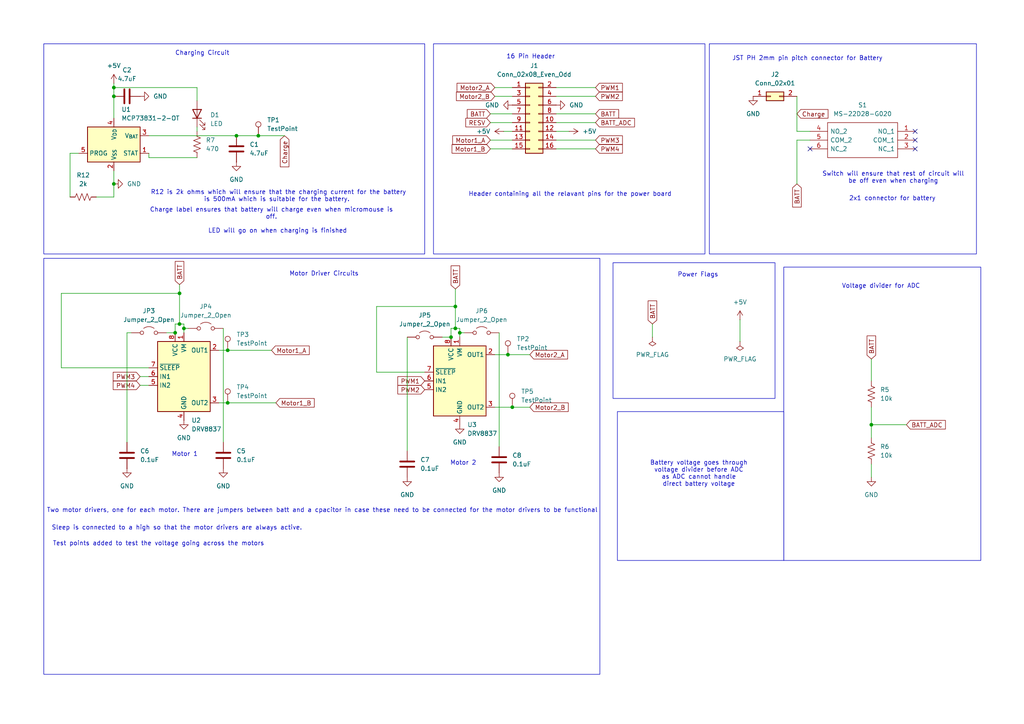
<source format=kicad_sch>
(kicad_sch (version 20231120) (generator "eeschema") (generator_version "8.0")
  (paper "A4")
  (lib_symbols
    (symbol "Battery_Management:MCP73831-2-OT"
      (property "Reference" "U" (at -7.62 6.35 0))
      (property "Value" "MCP73831-2-OT" (at 1.27 6.35 0))
      (symbol "MCP73831-2-OT_0_1"
        (rectangle (start -7.62 5.08) (end 7.62 -5.08) (stroke (width 0.254)) (fill (type background)))
      )
      (symbol "MCP73831-2-OT_1_1"
        (pin tri_state line (at 10.16 -2.54 180) (length 2.54) (name "STAT") (number "1"))
        (pin power_in line (at 0 -7.62 90) (length 2.54) (name "V_{SS}") (number "2"))
        (pin power_out line (at 10.16 2.54 180) (length 2.54) (name "V_{BAT}") (number "3"))
        (pin power_in line (at 0 7.62 270) (length 2.54) (name "V_{DD}") (number "4"))
        (pin input line (at -10.16 -2.54 0) (length 2.54) (name "PROG") (number "5"))
      )
    )
    (symbol "Connector:TestPoint" (pin_numbers hide) (pin_names (offset 0.762) hide)
      (property "Reference" "TP" (at 0 6.858 0))
      (property "Value" "TestPoint" (at 0 5.08 0))
      (symbol "TestPoint_0_1"
        (circle (center 0 3.302) (radius 0.762))
      )
      (symbol "TestPoint_1_1"
        (pin passive line (at 0 0 90) (length 2.54) (name "1") (number "1"))
      )
    )
    (symbol "Connector_Generic:Conn_02x01" (pin_names (offset 1.016) hide)
      (property "Reference" "J" (at 1.27 2.54 0))
      (property "Value" "Conn_02x01" (at 1.27 -2.54 0))
      (symbol "Conn_02x01_1_1"
        (rectangle (start -1.27 0.127) (end 0 -0.127) (stroke (width 0.1524)))
        (rectangle (start -1.27 1.27) (end 3.81 -1.27) (stroke (width 0.254)) (fill (type background)))
        (rectangle (start 3.81 0.127) (end 2.54 -0.127) (stroke (width 0.1524)))
        (pin passive line (at -5.08 0 0) (length 3.81) (name "Pin_1") (number "1"))
        (pin passive line (at 7.62 0 180) (length 3.81) (name "Pin_2") (number "2"))
      )
    )
    (symbol "Connector_Generic:Conn_02x08_Odd_Even" (pin_names (offset 1.016) hide)
      (property "Reference" "J" (at 1.27 10.16 0))
      (property "Value" "Conn_02x08_Odd_Even" (at 1.27 -12.7 0))
      (symbol "Conn_02x08_Odd_Even_1_1"
        (rectangle (start -1.27 -10.033) (end 0 -10.287) (stroke (width 0.1524)))
        (rectangle (start -1.27 -7.493) (end 0 -7.747) (stroke (width 0.1524)))
        (rectangle (start -1.27 -4.953) (end 0 -5.207) (stroke (width 0.1524)))
        (rectangle (start -1.27 -2.413) (end 0 -2.667) (stroke (width 0.1524)))
        (rectangle (start -1.27 0.127) (end 0 -0.127) (stroke (width 0.1524)))
        (rectangle (start -1.27 2.667) (end 0 2.413) (stroke (width 0.1524)))
        (rectangle (start -1.27 5.207) (end 0 4.953) (stroke (width 0.1524)))
        (rectangle (start -1.27 7.747) (end 0 7.493) (stroke (width 0.1524)))
        (rectangle (start -1.27 8.89) (end 3.81 -11.43) (stroke (width 0.254)) (fill (type background)))
        (rectangle (start 3.81 -10.033) (end 2.54 -10.287) (stroke (width 0.1524)))
        (rectangle (start 3.81 -7.493) (end 2.54 -7.747) (stroke (width 0.1524)))
        (rectangle (start 3.81 -4.953) (end 2.54 -5.207) (stroke (width 0.1524)))
        (rectangle (start 3.81 -2.413) (end 2.54 -2.667) (stroke (width 0.1524)))
        (rectangle (start 3.81 0.127) (end 2.54 -0.127) (stroke (width 0.1524)))
        (rectangle (start 3.81 2.667) (end 2.54 2.413) (stroke (width 0.1524)))
        (rectangle (start 3.81 5.207) (end 2.54 4.953) (stroke (width 0.1524)))
        (rectangle (start 3.81 7.747) (end 2.54 7.493) (stroke (width 0.1524)))
        (pin passive line (at -5.08 7.62 0) (length 3.81) (name "Pin_1") (number "1"))
        (pin passive line (at 7.62 -2.54 180) (length 3.81) (name "Pin_10") (number "10"))
        (pin passive line (at -5.08 -5.08 0) (length 3.81) (name "Pin_11") (number "11"))
        (pin passive line (at 7.62 -5.08 180) (length 3.81) (name "Pin_12") (number "12"))
        (pin passive line (at -5.08 -7.62 0) (length 3.81) (name "Pin_13") (number "13"))
        (pin passive line (at 7.62 -7.62 180) (length 3.81) (name "Pin_14") (number "14"))
        (pin passive line (at -5.08 -10.16 0) (length 3.81) (name "Pin_15") (number "15"))
        (pin passive line (at 7.62 -10.16 180) (length 3.81) (name "Pin_16") (number "16"))
        (pin passive line (at 7.62 7.62 180) (length 3.81) (name "Pin_2") (number "2"))
        (pin passive line (at -5.08 5.08 0) (length 3.81) (name "Pin_3") (number "3"))
        (pin passive line (at 7.62 5.08 180) (length 3.81) (name "Pin_4") (number "4"))
        (pin passive line (at -5.08 2.54 0) (length 3.81) (name "Pin_5") (number "5"))
        (pin passive line (at 7.62 2.54 180) (length 3.81) (name "Pin_6") (number "6"))
        (pin passive line (at -5.08 0 0) (length 3.81) (name "Pin_7") (number "7"))
        (pin passive line (at 7.62 0 180) (length 3.81) (name "Pin_8") (number "8"))
        (pin passive line (at -5.08 -2.54 0) (length 3.81) (name "Pin_9") (number "9"))
      )
    )
    (symbol "Device:C" (pin_numbers hide) (pin_names (offset 0.254))
      (property "Reference" "C" (at 0.635 2.54 0))
      (property "Value" "C" (at 0.635 -2.54 0))
      (symbol "C_0_1"
        (polyline (pts (xy -2.032 -0.762) (xy 2.032 -0.762)) (stroke (width 0.508)))
        (polyline (pts (xy -2.032 0.762) (xy 2.032 0.762)) (stroke (width 0.508)))
      )
      (symbol "C_1_1"
        (pin passive line (at 0 3.81 270) (length 2.794) (name "~") (number "1"))
        (pin passive line (at 0 -3.81 90) (length 2.794) (name "~") (number "2"))
      )
    )
    (symbol "Device:LED" (pin_numbers hide) (pin_names (offset 1.016) hide)
      (property "Reference" "D" (at 0 2.54 0))
      (property "Value" "LED" (at 0 -2.54 0))
      (symbol "LED_0_1"
        (polyline (pts (xy -1.27 -1.27) (xy -1.27 1.27)) (stroke (width 0.254)))
        (polyline (pts (xy -1.27 0) (xy 1.27 0)))
        (polyline (pts (xy 1.27 -1.27) (xy 1.27 1.27) (xy -1.27 0) (xy 1.27 -1.27)) (stroke (width 0.254)))
        (polyline (pts (xy -3.048 -0.762) (xy -4.572 -2.286) (xy -3.81 -2.286) (xy -4.572 -2.286) (xy -4.572 -1.524)))
        (polyline (pts (xy -1.778 -0.762) (xy -3.302 -2.286) (xy -2.54 -2.286) (xy -3.302 -2.286) (xy -3.302 -1.524)))
      )
      (symbol "LED_1_1"
        (pin passive line (at -3.81 0 0) (length 2.54) (name "K") (number "1"))
        (pin passive line (at 3.81 0 180) (length 2.54) (name "A") (number "2"))
      )
    )
    (symbol "Device:R_US" (pin_numbers hide) (pin_names (offset 0))
      (property "Reference" "R" (at 2.54 0 90))
      (property "Value" "R_US" (at -2.54 0 90))
      (symbol "R_US_0_1"
        (polyline (pts (xy 0 -2.286) (xy 0 -2.54)))
        (polyline (pts (xy 0 2.286) (xy 0 2.54)))
        (polyline (pts (xy 0 -0.762) (xy 1.016 -1.143) (xy 0 -1.524) (xy -1.016 -1.905) (xy 0 -2.286)))
        (polyline (pts (xy 0 0.762) (xy 1.016 0.381) (xy 0 0) (xy -1.016 -0.381) (xy 0 -0.762)))
        (polyline (pts (xy 0 2.286) (xy 1.016 1.905) (xy 0 1.524) (xy -1.016 1.143) (xy 0 0.762)))
      )
      (symbol "R_US_1_1"
        (pin passive line (at 0 3.81 270) (length 1.27) (name "~") (number "1"))
        (pin passive line (at 0 -3.81 90) (length 1.27) (name "~") (number "2"))
      )
    )
    (symbol "Driver_Motor:DRV8837"
      (property "Reference" "U" (at 6.35 11.43 0))
      (property "Value" "DRV8837" (at -10.16 11.43 0))
      (symbol "DRV8837_0_1"
        (rectangle (start -7.62 10.16) (end 7.62 -10.16) (stroke (width 0.254)) (fill (type background)))
      )
      (symbol "DRV8837_1_1"
        (pin power_in line (at 0 12.7 270) (length 2.54) (name "VM") (number "1"))
        (pin output line (at 10.16 7.62 180) (length 2.54) (name "OUT1") (number "2"))
        (pin output line (at 10.16 -7.62 180) (length 2.54) (name "OUT2") (number "3"))
        (pin power_in line (at 0 -12.7 90) (length 2.54) (name "GND") (number "4"))
        (pin input line (at -10.16 -2.54 0) (length 2.54) (name "IN2") (number "5"))
        (pin input line (at -10.16 0 0) (length 2.54) (name "IN1") (number "6"))
        (pin input line (at -10.16 2.54 0) (length 2.54) (name "~{SLEEP}") (number "7"))
        (pin power_in line (at -2.54 12.7 270) (length 2.54) (name "VCC") (number "8"))
        (pin passive line (at 0 -12.7 90) (length 2.54) hide (name "GND") (number "9"))
      )
    )
    (symbol "Jumper:Jumper_2_Open" (pin_numbers hide) (pin_names (offset 0) hide) (exclude_from_sim yes)
      (property "Reference" "JP" (at 0 2.794 0))
      (property "Value" "Jumper_2_Open" (at 0 -2.286 0))
      (symbol "Jumper_2_Open_0_0"
        (circle (center -2.032 0) (radius 0.508))
        (circle (center 2.032 0) (radius 0.508))
      )
      (symbol "Jumper_2_Open_0_1"
        (arc (start 1.524 1.27) (mid 0 1.778) (end -1.524 1.27))
      )
      (symbol "Jumper_2_Open_1_1"
        (pin passive line (at -5.08 0 0) (length 2.54) (name "A") (number "1"))
        (pin passive line (at 5.08 0 180) (length 2.54) (name "B") (number "2"))
      )
    )
    (symbol "MS-22D28-G020:MS-22D28-G020" (pin_names (offset 0.762))
      (property "Reference" "S" (at 26.67 7.62 0))
      (property "Value" "MS-22D28-G020" (at 26.67 5.08 0))
      (symbol "MS-22D28-G020_0_0"
        (pin passive line (at 30.48 0 180) (length 5.08) (name "NO_1") (number "1"))
        (pin passive line (at 30.48 -2.54 180) (length 5.08) (name "COM_1") (number "2"))
        (pin passive line (at 30.48 -5.08 180) (length 5.08) (name "NC_1") (number "3"))
        (pin passive line (at 0 0 0) (length 5.08) (name "NO_2") (number "4"))
        (pin passive line (at 0 -2.54 0) (length 5.08) (name "COM_2") (number "5"))
        (pin passive line (at 0 -5.08 0) (length 5.08) (name "NC_2") (number "6"))
      )
      (symbol "MS-22D28-G020_0_1"
        (polyline (pts (xy 5.08 2.54) (xy 25.4 2.54) (xy 25.4 -7.62) (xy 5.08 -7.62) (xy 5.08 2.54)) (stroke (width 0.1524)))
      )
    )
    (symbol "power:+5V" (power) (pin_numbers hide) (pin_names (offset 0) hide)
      (property "Value" "+5V" (at 0 3.556 0))
      (symbol "+5V_0_1"
        (polyline (pts (xy -0.762 1.27) (xy 0 2.54)))
        (polyline (pts (xy 0 0) (xy 0 2.54)))
        (polyline (pts (xy 0 2.54) (xy 0.762 1.27)))
      )
      (symbol "+5V_1_1"
        (pin power_in line (at 0 0 90) (length 0) (name "~") (number "1"))
      )
    )
    (symbol "power:GND" (power) (pin_numbers hide) (pin_names (offset 0) hide)
      (property "Value" "GND" (at 0 -3.81 0))
      (symbol "GND_0_1"
        (polyline (pts (xy 0 0) (xy 0 -1.27) (xy 1.27 -1.27) (xy 0 -2.54) (xy -1.27 -1.27) (xy 0 -1.27)))
      )
      (symbol "GND_1_1"
        (pin power_in line (at 0 0 270) (length 0) (name "~") (number "1"))
      )
    )
    (symbol "power:PWR_FLAG" (power) (pin_numbers hide) (pin_names (offset 0) hide)
      (property "Value" "PWR_FLAG" (at 0 3.81 0))
      (symbol "PWR_FLAG_0_0"
        (pin power_out line (at 0 0 90) (length 0) (name "~") (number "1"))
      )
      (symbol "PWR_FLAG_0_1"
        (polyline (pts (xy 0 0) (xy 0 1.27) (xy -1.016 1.905) (xy 0 2.54) (xy 1.016 1.905) (xy 0 1.27)))
      )
    )
  )
  (junction (at 132.08 95.25))
  (junction (at 133.35 96.52))
  (junction (at 66.04 116.84))
  (junction (at 50.8 96.52))
  (junction (at 33.02 25.4))
  (junction (at 148.59 118.11))
  (junction (at 53.34 95.25))
  (junction (at 147.32 102.87))
  (junction (at 130.81 97.79))
  (junction (at 68.58 39.37))
  (junction (at 52.07 93.98))
  (junction (at 52.07 85.09))
  (junction (at 74.93 39.37))
  (junction (at 33.02 27.94))
  (junction (at 252.73 123.19))
  (junction (at 132.08 88.9))
  (junction (at 33.02 53.34))
  (junction (at 66.04 101.6))
  (no_connect (at 234.95 43.18))
  (no_connect (at 265.43 40.64))
  (no_connect (at 265.43 43.18))
  (no_connect (at 265.43 38.1))
  (wire (pts (xy 252.73 104.14) (xy 252.73 110.49)))
  (wire (pts (xy 132.08 95.25) (xy 133.35 95.25)))
  (wire (pts (xy 252.73 134.62) (xy 252.73 138.43)))
  (wire (pts (xy 133.35 96.52) (xy 133.35 95.25)))
  (wire (pts (xy 53.34 95.25) (xy 54.61 95.25)))
  (wire (pts (xy 142.24 35.56) (xy 148.59 35.56)))
  (wire (pts (xy 143.51 25.4) (xy 148.59 25.4)))
  (wire (pts (xy 231.14 40.64) (xy 231.14 53.34)))
  (wire (pts (xy 132.08 88.9) (xy 132.08 95.25)))
  (wire (pts (xy 36.83 96.52) (xy 36.83 128.27)))
  (wire (pts (xy 20.32 57.15) (xy 20.32 44.45)))
  (wire (pts (xy 130.81 95.25) (xy 130.81 97.79)))
  (wire (pts (xy 142.24 40.64) (xy 148.59 40.64)))
  (wire (pts (xy 133.35 97.79) (xy 133.35 96.52)))
  (wire (pts (xy 43.18 109.22) (xy 40.64 109.22)))
  (wire (pts (xy 52.07 82.55) (xy 52.07 85.09)))
  (wire (pts (xy 66.04 116.84) (xy 80.01 116.84)))
  (wire (pts (xy 153.67 118.11) (xy 148.59 118.11)))
  (wire (pts (xy 142.24 43.18) (xy 148.59 43.18)))
  (wire (pts (xy 33.02 25.4) (xy 33.02 27.94)))
  (wire (pts (xy 57.15 29.21) (xy 57.15 25.4)))
  (wire (pts (xy 53.34 95.25) (xy 53.34 93.98)))
  (wire (pts (xy 33.02 53.34) (xy 33.02 57.15)))
  (wire (pts (xy 43.18 106.68) (xy 17.78 106.68)))
  (wire (pts (xy 38.1 96.52) (xy 36.83 96.52)))
  (wire (pts (xy 64.77 128.27) (xy 64.77 95.25)))
  (wire (pts (xy 132.08 83.82) (xy 132.08 88.9)))
  (wire (pts (xy 109.22 107.95) (xy 123.19 107.95)))
  (wire (pts (xy 144.78 129.54) (xy 144.78 96.52)))
  (wire (pts (xy 252.73 123.19) (xy 252.73 127)))
  (wire (pts (xy 43.18 45.72) (xy 43.18 44.45)))
  (wire (pts (xy 161.29 33.02) (xy 172.72 33.02)))
  (wire (pts (xy 43.18 111.76) (xy 40.64 111.76)))
  (wire (pts (xy 161.29 38.1) (xy 165.1 38.1)))
  (wire (pts (xy 17.78 85.09) (xy 52.07 85.09)))
  (wire (pts (xy 118.11 130.81) (xy 118.11 97.79)))
  (wire (pts (xy 161.29 25.4) (xy 172.72 25.4)))
  (wire (pts (xy 66.04 116.84) (xy 63.5 116.84)))
  (wire (pts (xy 17.78 85.09) (xy 17.78 106.68)))
  (wire (pts (xy 33.02 24.13) (xy 33.02 25.4)))
  (wire (pts (xy 52.07 93.98) (xy 50.8 93.98)))
  (wire (pts (xy 133.35 96.52) (xy 134.62 96.52)))
  (wire (pts (xy 214.63 92.71) (xy 214.63 99.06)))
  (wire (pts (xy 57.15 45.72) (xy 43.18 45.72)))
  (wire (pts (xy 234.95 40.64) (xy 231.14 40.64)))
  (wire (pts (xy 252.73 118.11) (xy 252.73 123.19)))
  (wire (pts (xy 161.29 40.64) (xy 172.72 40.64)))
  (wire (pts (xy 231.14 38.1) (xy 234.95 38.1)))
  (wire (pts (xy 128.27 97.79) (xy 130.81 97.79)))
  (wire (pts (xy 53.34 96.52) (xy 53.34 95.25)))
  (wire (pts (xy 189.23 93.98) (xy 189.23 97.79)))
  (wire (pts (xy 50.8 93.98) (xy 50.8 96.52)))
  (wire (pts (xy 74.93 39.37) (xy 82.55 39.37)))
  (wire (pts (xy 143.51 27.94) (xy 148.59 27.94)))
  (wire (pts (xy 66.04 101.6) (xy 78.74 101.6)))
  (wire (pts (xy 52.07 85.09) (xy 52.07 93.98)))
  (wire (pts (xy 142.24 33.02) (xy 148.59 33.02)))
  (wire (pts (xy 33.02 27.94) (xy 33.02 34.29)))
  (wire (pts (xy 43.18 39.37) (xy 68.58 39.37)))
  (wire (pts (xy 48.26 96.52) (xy 50.8 96.52)))
  (wire (pts (xy 27.94 57.15) (xy 33.02 57.15)))
  (wire (pts (xy 53.34 93.98) (xy 52.07 93.98)))
  (wire (pts (xy 161.29 27.94) (xy 172.72 27.94)))
  (wire (pts (xy 57.15 25.4) (xy 33.02 25.4)))
  (wire (pts (xy 57.15 36.83) (xy 57.15 38.1)))
  (wire (pts (xy 109.22 88.9) (xy 132.08 88.9)))
  (wire (pts (xy 68.58 39.37) (xy 74.93 39.37)))
  (wire (pts (xy 153.67 102.87) (xy 147.32 102.87)))
  (wire (pts (xy 161.29 43.18) (xy 172.72 43.18)))
  (wire (pts (xy 161.29 35.56) (xy 172.72 35.56)))
  (wire (pts (xy 130.81 95.25) (xy 132.08 95.25)))
  (wire (pts (xy 109.22 88.9) (xy 109.22 107.95)))
  (wire (pts (xy 231.14 27.94) (xy 231.14 38.1)))
  (wire (pts (xy 146.05 38.1) (xy 148.59 38.1)))
  (wire (pts (xy 66.04 101.6) (xy 63.5 101.6)))
  (wire (pts (xy 20.32 44.45) (xy 22.86 44.45)))
  (wire (pts (xy 148.59 118.11) (xy 143.51 118.11)))
  (wire (pts (xy 252.73 123.19) (xy 262.89 123.19)))
  (wire (pts (xy 147.32 102.87) (xy 143.51 102.87)))
  (wire (pts (xy 33.02 49.53) (xy 33.02 53.34)))
  (rectangle (start 12.7 74.93) (end 173.99 195.58))
  (rectangle (start 227.33 77.47) (end 284.48 162.56))
  (rectangle (start 177.8 76.2) (end 224.79 115.57))
  (rectangle (start 125.73 12.7) (end 204.47 73.66))
  (rectangle (start 12.7 12.7) (end 123.19 73.66))
  (rectangle (start 205.74 12.7) (end 283.21 73.66))
  (rectangle (start 179.07 119.38) (end 227.33 162.56))
  (text "Motor 1\n" (at 53.594 131.826 0) (effects (font (size 1.27 1.27))))
  (text "Battery voltage goes through\nvoltage divider before ADC\nas ADC cannot handle\ndirect battery voltage\n" (at 202.692 137.414 0) (effects (font (size 1.27 1.27))))
  (text "Switch will ensure that rest of circuit will\nbe off even when charging\n" (at 259.08 51.562 0) (effects (font (size 1.27 1.27))))
  (text "Header containing all the relavant pins for the power board\n" (at 165.354 56.388 0) (effects (font (size 1.27 1.27))))
  (text "Charging Circuit\n" (at 58.674 15.494 0) (effects (font (size 1.27 1.27))))
  (text "Charge label ensures that battery will charge even when micromouse is\noff." (at 78.74 61.976 0) (effects (font (size 1.27 1.27))))
  (text "Motor 2\n" (at 134.366 134.366 0) (effects (font (size 1.27 1.27))))
  (text "Sleep is connected to a high so that the motor drivers are always active.\n" (at 51.308 153.162 0) (effects (font (size 1.27 1.27))))
  (text "16 Pin Header\n" (at 153.924 16.51 0) (effects (font (size 1.27 1.27))))
  (text "LED will go on when charging is finished\n" (at 80.518 67.056 0) (effects (font (size 1.27 1.27))))
  (text "R12 is 2k ohms which will ensure that the charging current for the battery\nis 500mA which is suitable for the battery. " (at 80.772 56.896 0) (effects (font (size 1.27 1.27))))
  (text "Test points added to test the voltage going across the motors\n" (at 45.974 157.734 0) (effects (font (size 1.27 1.27))))
  (text "Two motor drivers, one for each motor. There are jumpers between batt and a cpacitor in case these need to be connected for the motor drivers to be functional\n" (at 93.472 148.082 0) (effects (font (size 1.27 1.27))))
  (text "JST PH 2mm pin pitch connector for Battery" (at 234.188 17.018 0) (effects (font (size 1.27 1.27))))
  (text "2x1 connector for battery\n" (at 258.826 57.658 0) (effects (font (size 1.27 1.27))))
  (text "Motor Driver Circuits\n" (at 93.98 79.502 0) (effects (font (size 1.27 1.27))))
  (text "Voltage divider for ADC" (at 255.524 83.058 0) (effects (font (size 1.27 1.27))))
  (text "Power Flags\n" (at 202.438 79.756 0) (effects (font (size 1.27 1.27))))
  (global_label "BATT_ADC" (shape input) (at 172.72 35.56 0) (property "Intersheetrefs" "${INTERSHEET_REFS}" (effects (hide yes))))
  (global_label "BATT_ADC" (shape input) (at 262.89 123.19 0) (property "Intersheetrefs" "${INTERSHEET_REFS}" (effects (hide yes))))
  (global_label "BATT" (shape input) (at 52.07 82.55 90) (property "Intersheetrefs" "${INTERSHEET_REFS}" (effects (hide yes))))
  (global_label "PWM1" (shape input) (at 172.72 25.4 0) (property "Intersheetrefs" "${INTERSHEET_REFS}" (effects (hide yes))))
  (global_label "PWM3" (shape input) (at 40.64 109.22 180) (property "Intersheetrefs" "${INTERSHEET_REFS}" (effects (hide yes))))
  (global_label "BATT" (shape input) (at 189.23 93.98 90) (property "Intersheetrefs" "${INTERSHEET_REFS}" (effects (hide yes))))
  (global_label "BATT" (shape input) (at 132.08 83.82 90) (property "Intersheetrefs" "${INTERSHEET_REFS}" (effects (hide yes))))
  (global_label "PWM4" (shape input) (at 40.64 111.76 180) (property "Intersheetrefs" "${INTERSHEET_REFS}" (effects (hide yes))))
  (global_label "BATT" (shape input) (at 252.73 104.14 90) (property "Intersheetrefs" "${INTERSHEET_REFS}" (effects (hide yes))))
  (global_label "RESV" (shape input) (at 142.24 35.56 180) (property "Intersheetrefs" "${INTERSHEET_REFS}" (effects (hide yes))))
  (global_label "Motor2_B" (shape input) (at 143.51 27.94 180) (property "Intersheetrefs" "${INTERSHEET_REFS}" (effects (hide yes))))
  (global_label "Motor1_A" (shape input) (at 78.74 101.6 0) (property "Intersheetrefs" "${INTERSHEET_REFS}" (effects (hide yes))))
  (global_label "Motor1_B" (shape input) (at 80.01 116.84 0) (property "Intersheetrefs" "${INTERSHEET_REFS}" (effects (hide yes))))
  (global_label "PWM3" (shape input) (at 172.72 40.64 0) (property "Intersheetrefs" "${INTERSHEET_REFS}" (effects (hide yes))))
  (global_label "Charge" (shape input) (at 82.55 39.37 270) (property "Intersheetrefs" "${INTERSHEET_REFS}" (effects (hide yes))))
  (global_label "PWM2" (shape input) (at 172.72 27.94 0) (property "Intersheetrefs" "${INTERSHEET_REFS}" (effects (hide yes))))
  (global_label "Motor2_A" (shape input) (at 143.51 25.4 180) (property "Intersheetrefs" "${INTERSHEET_REFS}" (effects (hide yes))))
  (global_label "Charge" (shape input) (at 231.14 33.02 0) (property "Intersheetrefs" "${INTERSHEET_REFS}" (effects (hide yes))))
  (global_label "Motor2_B" (shape input) (at 153.67 118.11 0) (property "Intersheetrefs" "${INTERSHEET_REFS}" (effects (hide yes))))
  (global_label "Motor1_A" (shape input) (at 142.24 40.64 180) (property "Intersheetrefs" "${INTERSHEET_REFS}" (effects (hide yes))))
  (global_label "BATT" (shape input) (at 231.14 53.34 270) (property "Intersheetrefs" "${INTERSHEET_REFS}" (effects (hide yes))))
  (global_label "BATT" (shape input) (at 172.72 33.02 0) (property "Intersheetrefs" "${INTERSHEET_REFS}" (effects (hide yes))))
  (global_label "PWM1" (shape input) (at 123.19 110.49 180) (property "Intersheetrefs" "${INTERSHEET_REFS}" (effects (hide yes))))
  (global_label "PWM4" (shape input) (at 172.72 43.18 0) (property "Intersheetrefs" "${INTERSHEET_REFS}" (effects (hide yes))))
  (global_label "Motor1_B" (shape input) (at 142.24 43.18 180) (property "Intersheetrefs" "${INTERSHEET_REFS}" (effects (hide yes))))
  (global_label "PWM2" (shape input) (at 123.19 113.03 180) (property "Intersheetrefs" "${INTERSHEET_REFS}" (effects (hide yes))))
  (global_label "Motor2_A" (shape input) (at 153.67 102.87 0) (property "Intersheetrefs" "${INTERSHEET_REFS}" (effects (hide yes))))
  (global_label "BATT" (shape input) (at 142.24 33.02 180) (property "Intersheetrefs" "${INTERSHEET_REFS}" (effects (hide yes))))
  (symbol (lib_id "Connector:TestPoint") (at 66.04 116.84 0) (unit 1)
    (property "Reference" "TP4" (at 68.58 112.2679 0) (effects (justify left)))
    (property "Value" "TestPoint" (at 68.58 114.8079 0) (effects (justify left)))
    (property "Footprint" "TestPoint:TestPoint_Keystone_5019_Minature" (effects (hide yes)))
    (property "Description" "test point" (effects (hide yes)))
  )
  (symbol (lib_id "power:+5V") (at 214.63 92.71 0) (unit 1)
    (property "Reference" "#PWR07" (effects (hide yes)))
    (property "Value" "+5V" (at 214.63 87.63 0))
    (property "Description" "Power symbol creates a global label with name \"+5V\"" (effects (hide yes)))
  )
  (symbol (lib_id "power:GND") (at 53.34 121.92 0) (unit 1)
    (property "Reference" "#PWR018" (effects (hide yes)))
    (property "Value" "GND" (at 53.34 127 0))
    (property "Description" "Power symbol creates a global label with name \"GND\" , ground" (effects (hide yes)))
  )
  (symbol (lib_id "Device:C") (at 36.83 27.94 90) (unit 1)
    (property "Reference" "C2" (at 36.83 20.32 90))
    (property "Value" "4.7uF" (at 36.83 22.86 90))
    (property "Footprint" "Capacitor_SMD:C_0805_2012Metric" (effects (hide yes)))
    (property "Description" "Unpolarized capacitor" (effects (hide yes)))
    (property "LCSC" "C1779" (effects (hide yes)))
  )
  (symbol (lib_id "power:+5V") (at 146.05 38.1 90) (unit 1)
    (property "Reference" "#PWR04" (effects (hide yes)))
    (property "Value" "+5V" (at 142.24 38.0999 90) (effects (justify left)))
    (property "Description" "Power symbol creates a global label with name \"+5V\"" (effects (hide yes)))
  )
  (symbol (lib_id "Device:C") (at 118.11 134.62 180) (unit 1)
    (property "Reference" "C7" (at 121.92 133.3499 0) (effects (justify right)))
    (property "Value" "0.1uF" (at 121.92 135.8899 0) (effects (justify right)))
    (property "Footprint" "Capacitor_SMD:C_0805_2012Metric" (effects (hide yes)))
    (property "Description" "Unpolarized capacitor" (effects (hide yes)))
    (property "LCSC" "C1779" (effects (hide yes)))
  )
  (symbol (lib_id "power:PWR_FLAG") (at 214.63 99.06 180) (unit 1)
    (property "Reference" "#FLG03" (effects (hide yes)))
    (property "Value" "PWR_FLAG" (at 214.63 104.14 0))
    (property "Description" "Special symbol for telling ERC where power comes from" (effects (hide yes)))
  )
  (symbol (lib_id "Jumper:Jumper_2_Open") (at 139.7 96.52 0) (unit 1) (exclude_from_sim yes)
    (property "Reference" "JP6" (at 139.7 90.17 0))
    (property "Value" "Jumper_2_Open" (at 139.7 92.71 0))
    (property "Footprint" "Jumper:SolderJumper-2_P1.3mm_Open_RoundedPad1.0x1.5mm" (effects (hide yes)))
    (property "Description" "Jumper, 2-pole, open" (effects (hide yes)))
  )
  (symbol (lib_id "power:+5V") (at 33.02 24.13 0) (unit 1)
    (property "Reference" "#PWR08" (effects (hide yes)))
    (property "Value" "+5V" (at 33.02 19.05 0))
    (property "Description" "Power symbol creates a global label with name \"+5V\"" (effects (hide yes)))
  )
  (symbol (lib_id "Connector:TestPoint") (at 66.04 101.6 0) (unit 1)
    (property "Reference" "TP3" (at 68.58 97.0279 0) (effects (justify left)))
    (property "Value" "TestPoint" (at 68.58 99.5679 0) (effects (justify left)))
    (property "Footprint" "TestPoint:TestPoint_Keystone_5019_Minature" (effects (hide yes)))
    (property "Description" "test point" (effects (hide yes)))
  )
  (symbol (lib_id "power:GND") (at 36.83 135.89 0) (unit 1)
    (property "Reference" "#PWR024" (effects (hide yes)))
    (property "Value" "GND" (at 36.83 140.97 0))
    (property "Description" "Power symbol creates a global label with name \"GND\" , ground" (effects (hide yes)))
  )
  (symbol (lib_id "Connector:TestPoint") (at 74.93 39.37 0) (unit 1)
    (property "Reference" "TP1" (at 77.47 34.7979 0) (effects (justify left)))
    (property "Value" "TestPoint" (at 77.47 37.3379 0) (effects (justify left)))
    (property "Footprint" "TestPoint:TestPoint_Keystone_5019_Minature" (effects (hide yes)))
    (property "Description" "test point" (effects (hide yes)))
  )
  (symbol (lib_id "Device:C") (at 36.83 132.08 180) (unit 1)
    (property "Reference" "C6" (at 40.64 130.8099 0) (effects (justify right)))
    (property "Value" "0.1uF" (at 40.64 133.3499 0) (effects (justify right)))
    (property "Footprint" "Capacitor_SMD:C_0805_2012Metric" (effects (hide yes)))
    (property "Description" "Unpolarized capacitor" (effects (hide yes)))
    (property "LCSC" "C1779" (effects (hide yes)))
  )
  (symbol (lib_id "Connector_Generic:Conn_02x01") (at 223.52 27.94 0) (unit 1)
    (property "Reference" "J2" (at 224.79 21.59 0))
    (property "Value" "Conn_02x01" (at 224.79 24.13 0))
    (property "Footprint" "Connector_PinHeader_2.00mm:PinHeader_2x01_P2.00mm_Vertical" (effects (hide yes)))
    (property "Description" "Generic connector, double row, 02x01, this symbol is compatible with counter-clockwise, top-bottom and odd-even numbering schemes., script generated (kicad-library-utils/schlib/autogen/connector/)" (effects (hide yes)))
  )
  (symbol (lib_id "Device:LED") (at 57.15 33.02 90) (unit 1)
    (property "Reference" "D1" (at 60.96 33.3374 90) (effects (justify right)))
    (property "Value" "LED" (at 60.96 35.8774 90) (effects (justify right)))
    (property "Footprint" "LED_SMD:LED_0805_2012Metric" (effects (hide yes)))
    (property "Description" "Light emitting diode" (effects (hide yes)))
    (property "LCSC" "C84256" (effects (hide yes)))
  )
  (symbol (lib_id "power:GND") (at 252.73 138.43 0) (unit 1)
    (property "Reference" "#PWR021" (effects (hide yes)))
    (property "Value" "GND" (at 252.73 143.51 0))
    (property "Description" "Power symbol creates a global label with name \"GND\" , ground" (effects (hide yes)))
  )
  (symbol (lib_id "Connector:TestPoint") (at 148.59 118.11 0) (unit 1)
    (property "Reference" "TP5" (at 151.13 113.5379 0) (effects (justify left)))
    (property "Value" "TestPoint" (at 151.13 116.0779 0) (effects (justify left)))
    (property "Footprint" "TestPoint:TestPoint_Keystone_5019_Minature" (effects (hide yes)))
    (property "Description" "test point" (effects (hide yes)))
  )
  (symbol (lib_id "power:GND") (at 218.44 27.94 0) (unit 1)
    (property "Reference" "#PWR09" (effects (hide yes)))
    (property "Value" "GND" (at 218.44 33.02 0))
    (property "Description" "Power symbol creates a global label with name \"GND\" , ground" (effects (hide yes)))
  )
  (symbol (lib_id "Jumper:Jumper_2_Open") (at 43.18 96.52 0) (unit 1) (exclude_from_sim yes)
    (property "Reference" "JP3" (at 43.18 90.17 0))
    (property "Value" "Jumper_2_Open" (at 43.18 92.71 0))
    (property "Footprint" "Jumper:SolderJumper-2_P1.3mm_Open_RoundedPad1.0x1.5mm" (effects (hide yes)))
    (property "Description" "Jumper, 2-pole, open" (effects (hide yes)))
  )
  (symbol (lib_id "Device:R_US") (at 24.13 57.15 270) (unit 1)
    (property "Reference" "R12" (at 24.13 50.8 90))
    (property "Value" "2k" (at 24.13 53.34 90))
    (property "Footprint" "Resistor_SMD:R_0805_2012Metric" (effects (hide yes)))
    (property "Description" "Resistor, US symbol" (effects (hide yes)))
    (property "LCSC" "C17604" (effects (hide yes)))
  )
  (symbol (lib_id "power:GND") (at 68.58 46.99 0) (unit 1)
    (property "Reference" "#PWR05" (effects (hide yes)))
    (property "Value" "GND" (at 68.58 52.07 0))
    (property "Description" "Power symbol creates a global label with name \"GND\" , ground" (effects (hide yes)))
  )
  (symbol (lib_id "power:GND") (at 161.29 30.48 90) (unit 1)
    (property "Reference" "#PWR02" (effects (hide yes)))
    (property "Value" "GND" (at 165.1 30.4799 90) (effects (justify right)))
    (property "Description" "Power symbol creates a global label with name \"GND\" , ground" (effects (hide yes)))
  )
  (symbol (lib_id "Device:C") (at 68.58 43.18 0) (unit 1)
    (property "Reference" "C1" (at 72.39 41.9099 0) (effects (justify left)))
    (property "Value" "4.7uF" (at 72.39 44.4499 0) (effects (justify left)))
    (property "Footprint" "Capacitor_SMD:C_0805_2012Metric" (effects (hide yes)))
    (property "Description" "Unpolarized capacitor" (effects (hide yes)))
    (property "LCSC" "C1779" (effects (hide yes)))
  )
  (symbol (lib_id "power:GND") (at 33.02 53.34 90) (unit 1)
    (property "Reference" "#PWR022" (effects (hide yes)))
    (property "Value" "GND" (at 36.83 53.3399 90) (effects (justify right)))
    (property "Description" "Power symbol creates a global label with name \"GND\" , ground" (effects (hide yes)))
  )
  (symbol (lib_id "power:GND") (at 64.77 135.89 0) (unit 1)
    (property "Reference" "#PWR023" (effects (hide yes)))
    (property "Value" "GND" (at 64.77 140.97 0))
    (property "Description" "Power symbol creates a global label with name \"GND\" , ground" (effects (hide yes)))
  )
  (symbol (lib_id "Device:R_US") (at 252.73 114.3 0) (unit 1)
    (property "Reference" "R5" (at 255.27 113.0299 0) (effects (justify left)))
    (property "Value" "10k" (at 255.27 115.5699 0) (effects (justify left)))
    (property "Footprint" "Resistor_SMD:R_0805_2012Metric" (effects (hide yes)))
    (property "Description" "Resistor, US symbol" (effects (hide yes)))
    (property "LCSC" "C17414" (effects (hide yes)))
  )
  (symbol (lib_id "power:+5V") (at 165.1 38.1 270) (unit 1)
    (property "Reference" "#PWR03" (effects (hide yes)))
    (property "Value" "+5V" (at 168.91 38.0999 90) (effects (justify left)))
    (property "Description" "Power symbol creates a global label with name \"+5V\"" (effects (hide yes)))
  )
  (symbol (lib_id "Device:R_US") (at 57.15 41.91 0) (unit 1)
    (property "Reference" "R7" (at 59.69 40.6399 0) (effects (justify left)))
    (property "Value" "470" (at 59.69 43.1799 0) (effects (justify left)))
    (property "Footprint" "Resistor_SMD:R_0805_2012Metric" (effects (hide yes)))
    (property "Description" "Resistor, US symbol" (effects (hide yes)))
    (property "LCSC" "C17710" (effects (hide yes)))
  )
  (symbol (lib_id "power:PWR_FLAG") (at 189.23 97.79 180) (unit 1)
    (property "Reference" "#FLG01" (effects (hide yes)))
    (property "Value" "PWR_FLAG" (at 189.23 102.87 0))
    (property "Description" "Special symbol for telling ERC where power comes from" (effects (hide yes)))
  )
  (symbol (lib_id "power:GND") (at 40.64 27.94 90) (unit 1)
    (property "Reference" "#PWR020" (effects (hide yes)))
    (property "Value" "GND" (at 44.45 27.9399 90) (effects (justify right)))
    (property "Description" "Power symbol creates a global label with name \"GND\" , ground" (effects (hide yes)))
  )
  (symbol (lib_id "Device:C") (at 64.77 132.08 180) (unit 1)
    (property "Reference" "C5" (at 68.58 130.8099 0) (effects (justify right)))
    (property "Value" "0.1uF" (at 68.58 133.3499 0) (effects (justify right)))
    (property "Footprint" "Capacitor_SMD:C_0805_2012Metric" (effects (hide yes)))
    (property "Description" "Unpolarized capacitor" (effects (hide yes)))
    (property "LCSC" "C1779" (effects (hide yes)))
  )
  (symbol (lib_id "Device:C") (at 144.78 133.35 180) (unit 1)
    (property "Reference" "C8" (at 148.59 132.0799 0) (effects (justify right)))
    (property "Value" "0.1uF" (at 148.59 134.6199 0) (effects (justify right)))
    (property "Footprint" "Capacitor_SMD:C_0805_2012Metric" (effects (hide yes)))
    (property "Description" "Unpolarized capacitor" (effects (hide yes)))
    (property "LCSC" "C1779" (effects (hide yes)))
  )
  (symbol (lib_id "power:GND") (at 144.78 137.16 0) (unit 1)
    (property "Reference" "#PWR026" (effects (hide yes)))
    (property "Value" "GND" (at 144.78 142.24 0))
    (property "Description" "Power symbol creates a global label with name \"GND\" , ground" (effects (hide yes)))
  )
  (symbol (lib_id "power:GND") (at 118.11 138.43 0) (unit 1)
    (property "Reference" "#PWR025" (effects (hide yes)))
    (property "Value" "GND" (at 118.11 143.51 0))
    (property "Description" "Power symbol creates a global label with name \"GND\" , ground" (effects (hide yes)))
  )
  (symbol (lib_id "MS-22D28-G020:MS-22D28-G020") (at 234.95 38.1 0) (unit 1)
    (property "Reference" "S1" (at 250.19 30.48 0))
    (property "Value" "MS-22D28-G020" (at 250.19 33.02 0))
    (property "Footprint" "KiCad:MS22D28G020" (effects (hide yes)))
    (property "Datasheet" "https://datasheet.lcsc.com/lcsc/2012062037_G-Switch-MS-22D28-G020_C963205.pdf" (effects (hide yes)))
    (property "Description" "SMD,7x4x2.1mm Slide Switches ROHS" (effects (hide yes)))
    (property "Height" "4.25" (effects (hide yes)))
    (property "Manufacturer_Name" "G-Switch Electronic" (effects (hide yes)))
    (property "Manufacturer_Part_Number" "MS-22D28-G020" (effects (hide yes)))
    (property "LCSC" "C963205" (effects (hide yes)))
  )
  (symbol (lib_id "Jumper:Jumper_2_Open") (at 59.69 95.25 0) (unit 1) (exclude_from_sim yes)
    (property "Reference" "JP4" (at 59.69 88.9 0))
    (property "Value" "Jumper_2_Open" (at 59.69 91.44 0))
    (property "Footprint" "Jumper:SolderJumper-2_P1.3mm_Open_RoundedPad1.0x1.5mm" (effects (hide yes)))
    (property "Description" "Jumper, 2-pole, open" (effects (hide yes)))
  )
  (symbol (lib_id "power:GND") (at 133.35 123.19 0) (unit 1)
    (property "Reference" "#PWR019" (effects (hide yes)))
    (property "Value" "GND" (at 133.35 128.27 0))
    (property "Description" "Power symbol creates a global label with name \"GND\" , ground" (effects (hide yes)))
  )
  (symbol (lib_id "Driver_Motor:DRV8837") (at 133.35 110.49 0) (unit 1)
    (property "Reference" "U3" (at 135.5441 123.19 0) (effects (justify left)))
    (property "Value" "DRV8837" (at 135.5441 125.73 0) (effects (justify left)))
    (property "Footprint" "Package_SON:WSON-8-1EP_2x2mm_P0.5mm_EP0.9x1.6mm" (effects (hide yes)))
    (property "Datasheet" "http://www.ti.com/lit/ds/symlink/drv8837.pdf" (effects (hide yes)))
    (property "Description" "H-Bridge driver, 1.8A, Low Voltage, PWM input, WSON-8" (effects (hide yes)))
    (property "LCSC" "C39159" (effects (hide yes)))
  )
  (symbol (lib_id "Driver_Motor:DRV8837") (at 53.34 109.22 0) (unit 1)
    (property "Reference" "U2" (at 55.5341 121.92 0) (effects (justify left)))
    (property "Value" "DRV8837" (at 55.5341 124.46 0) (effects (justify left)))
    (property "Footprint" "Package_SON:WSON-8-1EP_2x2mm_P0.5mm_EP0.9x1.6mm" (effects (hide yes)))
    (property "Datasheet" "http://www.ti.com/lit/ds/symlink/drv8837.pdf" (effects (hide yes)))
    (property "Description" "H-Bridge driver, 1.8A, Low Voltage, PWM input, WSON-8" (effects (hide yes)))
    (property "LCSC" "C39159" (effects (hide yes)))
  )
  (symbol (lib_id "Connector_Generic:Conn_02x08_Odd_Even") (at 153.67 33.02 0) (unit 1)
    (property "Reference" "J1" (at 154.94 19.05 0))
    (property "Value" "Conn_02x08_Even_Odd" (at 154.94 21.59 0))
    (property "Footprint" "Connector_PinHeader_2.54mm:PinHeader_2x08_P2.54mm_Vertical" (effects (hide yes)))
    (property "Description" "Generic connector, double row, 02x08, odd/even pin numbering scheme (row 1 odd numbers, row 2 even numbers), script generated (kicad-library-utils/schlib/autogen/connector/)" (effects (hide yes)))
  )
  (symbol (lib_id "power:GND") (at 148.59 30.48 270) (unit 1)
    (property "Reference" "#PWR01" (effects (hide yes)))
    (property "Value" "GND" (at 144.78 30.4799 90) (effects (justify right)))
    (property "Description" "Power symbol creates a global label with name \"GND\" , ground" (effects (hide yes)))
  )
  (symbol (lib_id "Battery_Management:MCP73831-2-OT") (at 33.02 41.91 0) (unit 1)
    (property "Reference" "U1" (at 35.2141 31.75 0) (effects (justify left)))
    (property "Value" "MCP73831-2-OT" (at 35.2141 34.29 0) (effects (justify left)))
    (property "Footprint" "Package_TO_SOT_SMD:SOT-23-5" (effects (hide yes)))
    (property "Datasheet" "http://ww1.microchip.com/downloads/en/DeviceDoc/20001984g.pdf" (effects (hide yes)))
    (property "Description" "Single cell, Li-Ion/Li-Po charge management controller, 4.20V, Tri-State Status Output, in SOT23-5 package" (effects (hide yes)))
    (property "LCSC" "C424093" (effects (hide yes)))
  )
  (symbol (lib_id "Connector:TestPoint") (at 147.32 102.87 0) (unit 1)
    (property "Reference" "TP2" (at 149.86 98.2979 0) (effects (justify left)))
    (property "Value" "TestPoint" (at 149.86 100.8379 0) (effects (justify left)))
    (property "Footprint" "TestPoint:TestPoint_Keystone_5019_Minature" (effects (hide yes)))
    (property "Description" "test point" (effects (hide yes)))
  )
  (symbol (lib_id "Jumper:Jumper_2_Open") (at 123.19 97.79 0) (unit 1) (exclude_from_sim yes)
    (property "Reference" "JP5" (at 123.19 91.44 0))
    (property "Value" "Jumper_2_Open" (at 123.19 93.98 0))
    (property "Footprint" "Jumper:SolderJumper-2_P1.3mm_Open_RoundedPad1.0x1.5mm" (effects (hide yes)))
    (property "Description" "Jumper, 2-pole, open" (effects (hide yes)))
  )
  (symbol (lib_id "Device:R_US") (at 252.73 130.81 0) (unit 1)
    (property "Reference" "R6" (at 255.27 129.5399 0) (effects (justify left)))
    (property "Value" "10k" (at 255.27 132.0799 0) (effects (justify left)))
    (property "Footprint" "Resistor_SMD:R_0805_2012Metric" (effects (hide yes)))
    (property "Description" "Resistor, US symbol" (effects (hide yes)))
    (property "LCSC" "C17414" (effects (hide yes)))
  )
)
</source>
